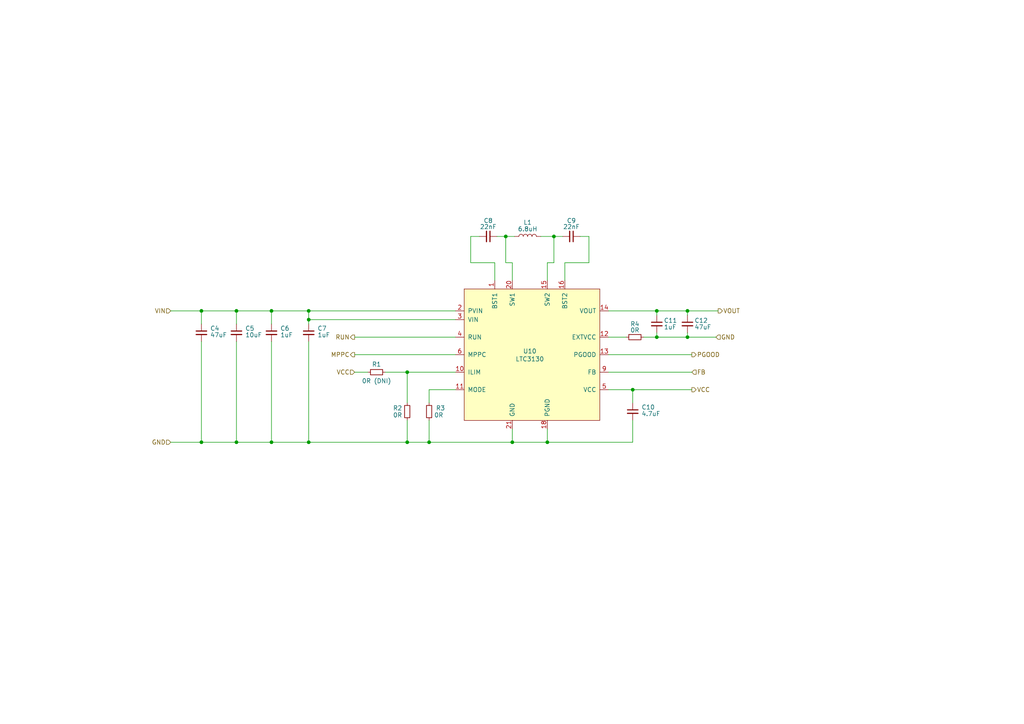
<source format=kicad_sch>
(kicad_sch (version 20231120) (generator "eeschema") (generator_version "8.0")
  (paper "A4")
  (lib_symbols
    (symbol "Device:C_Small" (pin_numbers hide) (pin_names (offset 0.254) hide)
      (property "Reference" "C" (at 0.254 1.778 0))
      (property "Value" "C_Small" (at 0.254 -2.032 0))
      (symbol "C_Small_0_1"
        (polyline (pts (xy -1.524 -0.508) (xy 1.524 -0.508)) (stroke (width 0.3302)))
        (polyline (pts (xy -1.524 0.508) (xy 1.524 0.508)) (stroke (width 0.3048)))
      )
      (symbol "C_Small_1_1"
        (pin passive line (at 0 2.54 270) (length 2.032) (name "~") (number "1"))
        (pin passive line (at 0 -2.54 90) (length 2.032) (name "~") (number "2"))
      )
    )
    (symbol "Device:L" (pin_numbers hide) (pin_names (offset 1.016) hide)
      (property "Reference" "L" (at -1.27 0 90))
      (property "Value" "L" (at 1.905 0 90))
      (symbol "L_0_1"
        (arc (start 0 -2.54) (mid 0.6323 -1.905) (end 0 -1.27))
        (arc (start 0 -1.27) (mid 0.6323 -0.635) (end 0 0))
        (arc (start 0 0) (mid 0.6323 0.635) (end 0 1.27))
        (arc (start 0 1.27) (mid 0.6323 1.905) (end 0 2.54))
      )
      (symbol "L_1_1"
        (pin passive line (at 0 3.81 270) (length 1.27) (name "1") (number "1"))
        (pin passive line (at 0 -3.81 90) (length 1.27) (name "2") (number "2"))
      )
    )
    (symbol "Device:R_Small" (pin_numbers hide) (pin_names (offset 0.254) hide)
      (property "Reference" "R" (at 0.762 0.508 0))
      (property "Value" "R_Small" (at 0.762 -1.016 0))
      (symbol "R_Small_0_1"
        (rectangle (start -0.762 1.778) (end 0.762 -1.778) (stroke (width 0.2032)))
      )
      (symbol "R_Small_1_1"
        (pin passive line (at 0 2.54 270) (length 0.762) (name "~") (number "1"))
        (pin passive line (at 0 -2.54 90) (length 0.762) (name "~") (number "2"))
      )
    )
    (symbol "SolarPanels:LTC3130" (pin_names (offset 1.016))
      (property "Reference" "U2" (at 0 1.016 0))
      (property "Value" "LTC3130" (at 0 -1.27 0))
      (symbol "LTC3130_1_1"
        (rectangle (start -19.05 19.05) (end 20.32 -19.05) (fill (type background)))
        (pin power_out line (at -10.16 21.59 270) (length 2.54) (name "BST1") (number "1"))
        (pin input line (at -21.59 -5.08 0) (length 2.54) (name "ILIM") (number "10"))
        (pin input line (at -21.59 -10.16 0) (length 2.54) (name "MODE") (number "11"))
        (pin power_out line (at 22.86 5.08 180) (length 2.54) (name "EXTVCC") (number "12"))
        (pin output line (at 22.86 0 180) (length 2.54) (name "PGOOD") (number "13"))
        (pin power_out line (at 22.86 12.7 180) (length 2.54) (name "VOUT") (number "14"))
        (pin power_out line (at 5.08 21.59 270) (length 2.54) (name "SW2") (number "15"))
        (pin power_out line (at 10.16 21.59 270) (length 2.54) (name "BST2") (number "16"))
        (pin power_in line (at -5.08 -21.59 90) (length 2.54) hide (name "GND") (number "17"))
        (pin power_in line (at 5.08 -21.59 90) (length 2.54) (name "PGND") (number "18"))
        (pin power_in line (at 5.08 -21.59 90) (length 2.54) hide (name "PGND") (number "19"))
        (pin input line (at -21.59 12.7 0) (length 2.54) (name "PVIN") (number "2"))
        (pin power_out line (at -5.08 21.59 270) (length 2.54) (name "SW1") (number "20"))
        (pin power_in line (at -5.08 -21.59 90) (length 2.54) (name "GND") (number "21"))
        (pin input line (at -21.59 10.16 0) (length 2.54) (name "VIN") (number "3"))
        (pin input line (at -21.59 5.08 0) (length 2.54) (name "RUN") (number "4"))
        (pin power_out line (at 22.86 -10.16 180) (length 2.54) (name "VCC") (number "5"))
        (pin input line (at -21.59 0 0) (length 2.54) (name "MPPC") (number "6"))
        (pin power_in line (at -5.08 -21.59 90) (length 2.54) hide (name "GND") (number "7"))
        (pin power_in line (at -5.08 -21.59 90) (length 2.54) hide (name "GND") (number "8"))
        (pin input line (at 22.86 -5.08 180) (length 2.54) (name "FB") (number "9"))
      )
    )
  )
  (junction (at 199.39 90.17))
  (junction (at 146.685 68.58))
  (junction (at 78.74 128.27))
  (junction (at 68.58 128.27))
  (junction (at 89.535 128.27))
  (junction (at 124.46 128.27))
  (junction (at 158.75 128.27))
  (junction (at 68.58 90.17))
  (junction (at 190.5 97.79))
  (junction (at 190.5 90.17))
  (junction (at 78.74 90.17))
  (junction (at 183.515 113.03))
  (junction (at 89.535 92.71))
  (junction (at 118.11 128.27))
  (junction (at 199.39 97.79))
  (junction (at 58.42 90.17))
  (junction (at 89.535 90.17))
  (junction (at 58.42 128.27))
  (junction (at 160.655 68.58))
  (junction (at 148.59 128.27))
  (junction (at 118.11 107.95))
  (wire (pts (xy 144.145 68.58) (xy 146.685 68.58)))
  (wire (pts (xy 158.75 128.27) (xy 158.75 124.46)))
  (wire (pts (xy 58.42 90.17) (xy 68.58 90.17)))
  (wire (pts (xy 124.46 121.92) (xy 124.46 128.27)))
  (wire (pts (xy 190.5 96.52) (xy 190.5 97.79)))
  (wire (pts (xy 102.87 107.95) (xy 106.68 107.95)))
  (wire (pts (xy 78.74 90.17) (xy 89.535 90.17)))
  (wire (pts (xy 160.655 76.2) (xy 158.75 76.2)))
  (wire (pts (xy 148.59 76.2) (xy 148.59 81.28)))
  (wire (pts (xy 176.53 102.87) (xy 200.66 102.87)))
  (wire (pts (xy 132.08 113.03) (xy 124.46 113.03)))
  (wire (pts (xy 78.74 99.06) (xy 78.74 128.27)))
  (wire (pts (xy 183.515 121.92) (xy 183.515 128.27)))
  (wire (pts (xy 146.685 68.58) (xy 149.225 68.58)))
  (wire (pts (xy 68.58 99.06) (xy 68.58 128.27)))
  (wire (pts (xy 89.535 128.27) (xy 118.11 128.27)))
  (wire (pts (xy 199.39 96.52) (xy 199.39 97.79)))
  (wire (pts (xy 190.5 90.17) (xy 190.5 91.44)))
  (wire (pts (xy 146.685 76.2) (xy 148.59 76.2)))
  (wire (pts (xy 89.535 92.71) (xy 89.535 90.17)))
  (wire (pts (xy 102.87 97.79) (xy 132.08 97.79)))
  (wire (pts (xy 58.42 90.17) (xy 58.42 93.98)))
  (wire (pts (xy 158.75 76.2) (xy 158.75 81.28)))
  (wire (pts (xy 176.53 113.03) (xy 183.515 113.03)))
  (wire (pts (xy 136.525 76.2) (xy 143.51 76.2)))
  (wire (pts (xy 190.5 90.17) (xy 199.39 90.17)))
  (wire (pts (xy 68.58 128.27) (xy 78.74 128.27)))
  (wire (pts (xy 89.535 92.71) (xy 132.08 92.71)))
  (wire (pts (xy 148.59 124.46) (xy 148.59 128.27)))
  (wire (pts (xy 163.83 76.2) (xy 163.83 81.28)))
  (wire (pts (xy 148.59 128.27) (xy 158.75 128.27)))
  (wire (pts (xy 78.74 90.17) (xy 78.74 93.98)))
  (wire (pts (xy 156.845 68.58) (xy 160.655 68.58)))
  (wire (pts (xy 124.46 128.27) (xy 148.59 128.27)))
  (wire (pts (xy 160.655 68.58) (xy 160.655 76.2)))
  (wire (pts (xy 111.76 107.95) (xy 118.11 107.95)))
  (wire (pts (xy 89.535 92.71) (xy 89.535 93.98)))
  (wire (pts (xy 170.815 76.2) (xy 163.83 76.2)))
  (wire (pts (xy 168.275 68.58) (xy 170.815 68.58)))
  (wire (pts (xy 143.51 76.2) (xy 143.51 81.28)))
  (wire (pts (xy 183.515 113.03) (xy 183.515 116.84)))
  (wire (pts (xy 170.815 68.58) (xy 170.815 76.2)))
  (wire (pts (xy 68.58 90.17) (xy 78.74 90.17)))
  (wire (pts (xy 102.87 102.87) (xy 132.08 102.87)))
  (wire (pts (xy 89.535 99.06) (xy 89.535 128.27)))
  (wire (pts (xy 118.11 121.92) (xy 118.11 128.27)))
  (wire (pts (xy 118.11 107.95) (xy 118.11 116.84)))
  (wire (pts (xy 199.39 90.17) (xy 208.28 90.17)))
  (wire (pts (xy 199.39 90.17) (xy 199.39 91.44)))
  (wire (pts (xy 200.66 113.03) (xy 183.515 113.03)))
  (wire (pts (xy 176.53 90.17) (xy 190.5 90.17)))
  (wire (pts (xy 176.53 97.79) (xy 181.61 97.79)))
  (wire (pts (xy 136.525 68.58) (xy 136.525 76.2)))
  (wire (pts (xy 186.69 97.79) (xy 190.5 97.79)))
  (wire (pts (xy 199.39 97.79) (xy 207.645 97.79)))
  (wire (pts (xy 68.58 90.17) (xy 68.58 93.98)))
  (wire (pts (xy 78.74 128.27) (xy 89.535 128.27)))
  (wire (pts (xy 49.53 128.27) (xy 58.42 128.27)))
  (wire (pts (xy 58.42 128.27) (xy 68.58 128.27)))
  (wire (pts (xy 176.53 107.95) (xy 200.66 107.95)))
  (wire (pts (xy 58.42 99.06) (xy 58.42 128.27)))
  (wire (pts (xy 124.46 113.03) (xy 124.46 116.84)))
  (wire (pts (xy 89.535 90.17) (xy 132.08 90.17)))
  (wire (pts (xy 183.515 128.27) (xy 158.75 128.27)))
  (wire (pts (xy 190.5 97.79) (xy 199.39 97.79)))
  (wire (pts (xy 146.685 68.58) (xy 146.685 76.2)))
  (wire (pts (xy 160.655 68.58) (xy 163.195 68.58)))
  (wire (pts (xy 118.11 107.95) (xy 132.08 107.95)))
  (wire (pts (xy 118.11 128.27) (xy 124.46 128.27)))
  (wire (pts (xy 49.53 90.17) (xy 58.42 90.17)))
  (wire (pts (xy 139.065 68.58) (xy 136.525 68.58)))
  (hierarchical_label "VCC" (shape input) (at 102.87 107.95 180))
  (hierarchical_label "FB" (shape input) (at 200.66 107.95 0))
  (hierarchical_label "GND" (shape input) (at 207.645 97.79 0))
  (hierarchical_label "RUN" (shape output) (at 102.87 97.79 180))
  (hierarchical_label "VIN" (shape input) (at 49.53 90.17 180))
  (hierarchical_label "VOUT" (shape output) (at 208.28 90.17 0))
  (hierarchical_label "PGOOD" (shape output) (at 200.66 102.87 0))
  (hierarchical_label "VCC" (shape output) (at 200.66 113.03 0))
  (hierarchical_label "GND" (shape input) (at 49.53 128.27 180))
  (hierarchical_label "MPPC" (shape output) (at 102.87 102.87 180))
  (symbol (lib_id "Device:C_Small") (at 68.58 96.52 0) (unit 1)
    (property "Reference" "C5" (at 71.12 95.25 0) (effects (justify left)))
    (property "Value" "10uF" (at 71.12 97.155 0) (effects (justify left)))
    (property "Footprint" "Capacitor_SMD:C_1210_3225Metric" (effects (hide yes)))
    (property "Description" "Unpolarized capacitor, small symbol" (effects (hide yes)))
    (property "Mfr. #" "C1608X7S1A475K080AC" (effects (hide yes)))
    (property "Order" "https://www.digikey.com/product-detail/en/tdk-corporation/C1608X7S1A475K080AC/445-14258-1-ND/3955924" (effects (hide yes)))
    (property "Voltage" "10V" (effects (hide yes)))
    (instances (project "Avionics-SolarPanels" (path "" (reference "C5") (unit 1)) (path "" (reference "C39") (unit 1)) (path "" (reference "C14") (unit 1))))
  )
  (symbol (lib_id "Device:C_Small") (at 58.42 96.52 0) (unit 1)
    (property "Reference" "C4" (at 60.96 95.25 0) (effects (justify left)))
    (property "Value" "47uF" (at 60.96 97.155 0) (effects (justify left)))
    (property "Footprint" "Capacitor_SMD:C_1210_3225Metric" (effects (hide yes)))
    (property "Description" "Unpolarized capacitor, small symbol" (effects (hide yes)))
    (property "Mfr. #" "GRM32EC81C476KE15L" (effects (hide yes)))
    (property "Order" "https://www.digikey.com/product-detail/en/murata-electronics/GRM32EC81C476KE15L/490-10531-1-ND/5026469" (effects (hide yes)))
    (property "Voltage" "16V" (effects (hide yes)))
    (instances (project "Avionics-SolarPanels" (path "" (reference "C4") (unit 1)) (path "" (reference "C23") (unit 1)) (path "" (reference "C13") (unit 1))))
  )
  (symbol (lib_id "Device:C_Small") (at 165.735 68.58 270) (unit 1)
    (property "Reference" "C9" (at 165.735 64.008 90))
    (property "Value" "22nF" (at 165.735 65.786 90))
    (property "Footprint" "Capacitor_SMD:C_0603_1608Metric" (effects (hide yes)))
    (property "Mfr. #" "GCM188R72A223KA37D" (effects (hide yes)))
    (property "Order" "https://www.digikey.com/product-detail/en/murata-electronics/GCM188R72A223KA37D/490-4782-1-ND/1641701" (effects (hide yes)))
    (property "Voltage" "100V" (effects (hide yes)))
    (instances (project "Avionics-SolarPanels" (path "" (reference "C9") (unit 1)) (path "" (reference "C43") (unit 1)) (path "" (reference "C18") (unit 1))))
  )
  (symbol (lib_id "Device:R_Small") (at 118.11 119.38 0) (unit 1)
    (property "Reference" "R2" (at 115.316 118.364 0))
    (property "Value" "0R" (at 115.316 120.396 0))
    (property "Footprint" "Resistor_SMD:R_0603_1608Metric" (effects (hide yes)))
    (property "Description" "Resistor, small symbol" (effects (hide yes)))
    (property "Mfr. #" "RK73Z1JTTD\r" (effects (hide yes)))
    (property "Order" "https://www.digikey.com/product-detail/en/koa-speer-electronics-inc/RK73Z1JTTD/2019-RK73Z1JTTDCT-ND/9847522\r" (effects (hide yes)))
    (instances (project "Avionics-SolarPanels" (path "" (reference "R2") (unit 1)) (path "" (reference "R10") (unit 1)) (path "" (reference "R6") (unit 1))))
  )
  (symbol (lib_id "Device:R_Small") (at 109.22 107.95 270) (unit 1)
    (property "Reference" "R1" (at 109.22 105.664 90))
    (property "Value" "0R (DNI)" (at 109.22 110.49 90))
    (property "Footprint" "Resistor_SMD:R_0603_1608Metric" (effects (hide yes)))
    (property "Description" "Resistor, small symbol" (effects (hide yes)))
    (property "Mfr. #" "RK73Z1JTTD\r" (effects (hide yes)))
    (property "Order" "https://www.digikey.com/product-detail/en/koa-speer-electronics-inc/RK73Z1JTTD/2019-RK73Z1JTTDCT-ND/9847522\r" (effects (hide yes)))
    (instances (project "Avionics-SolarPanels" (path "" (reference "R1") (unit 1)) (path "" (reference "R9") (unit 1)) (path "" (reference "R5") (unit 1))))
  )
  (symbol (lib_id "Device:C_Small") (at 89.535 96.52 0) (unit 1)
    (property "Reference" "C7" (at 92.075 95.25 0) (effects (justify left)))
    (property "Value" "1uF" (at 92.075 97.155 0) (effects (justify left)))
    (property "Footprint" "Capacitor_SMD:C_0805_2012Metric" (effects (hide yes)))
    (property "Description" "Unpolarized capacitor, small symbol" (effects (hide yes)))
    (property "Mfr. #" "CL10B105KP8NFNC" (effects (hide yes)))
    (property "Order" "https://www.digikey.com/product-detail/en/samsung-electro-mechanics/CL10B105KP8NFNC/1276-1945-1-ND/3890031" (effects (hide yes)))
    (property "Voltage" "10V" (effects (hide yes)))
    (instances (project "Avionics-SolarPanels" (path "" (reference "C7") (unit 1)) (path "" (reference "C41") (unit 1)) (path "" (reference "C16") (unit 1))))
  )
  (symbol (lib_id "Device:C_Small") (at 190.5 93.98 0) (unit 1)
    (property "Reference" "C11" (at 192.532 92.964 0) (effects (justify left)))
    (property "Value" "1uF" (at 192.532 94.869 0) (effects (justify left)))
    (property "Footprint" "Capacitor_SMD:C_0805_2012Metric" (effects (hide yes)))
    (property "Description" "Unpolarized capacitor, small symbol" (effects (hide yes)))
    (property "Mfr. #" "GRM32EC81C476KE15L" (effects (hide yes)))
    (property "Order" "https://www.digikey.com/product-detail/en/murata-electronics/GRM32EC81C476KE15L/490-10531-1-ND/5026469" (effects (hide yes)))
    (property "Voltage" "16V" (effects (hide yes)))
    (instances (project "Avionics-SolarPanels" (path "" (reference "C11") (unit 1)) (path "" (reference "C45") (unit 1)) (path "" (reference "C20") (unit 1))))
  )
  (symbol (lib_id "Device:C_Small") (at 199.39 93.98 0) (unit 1)
    (property "Reference" "C12" (at 201.422 92.964 0) (effects (justify left)))
    (property "Value" "47uF" (at 201.422 94.869 0) (effects (justify left)))
    (property "Footprint" "Capacitor_SMD:C_1210_3225Metric" (effects (hide yes)))
    (property "Description" "Unpolarized capacitor, small symbol" (effects (hide yes)))
    (property "Mfr. #" "GRM32EC81C476KE15L" (effects (hide yes)))
    (property "Order" "https://www.digikey.com/product-detail/en/murata-electronics/GRM32EC81C476KE15L/490-10531-1-ND/5026469" (effects (hide yes)))
    (property "Voltage" "16V" (effects (hide yes)))
    (instances (project "Avionics-SolarPanels" (path "" (reference "C12") (unit 1)) (path "" (reference "C46") (unit 1)) (path "" (reference "C21") (unit 1))))
  )
  (symbol (lib_id "SolarPanels:LTC3130") (at 153.67 102.87 0) (unit 1)
    (property "Reference" "U10" (at 153.67 101.854 0))
    (property "Value" "LTC3130" (at 153.67 104.14 0))
    (property "Footprint" "Package_DFN_QFN:QFN-20-1EP_3x4mm_P0.5mm_EP1.65x2.65mm" (effects (hide yes)))
    (instances (project "Avionics-SolarPanels" (path "" (reference "U10") (unit 1)) (path "" (reference "U12") (unit 1)) (path "" (reference "U11") (unit 1))))
  )
  (symbol (lib_id "Device:C_Small") (at 141.605 68.58 270) (unit 1)
    (property "Reference" "C8" (at 141.605 64.008 90))
    (property "Value" "22nF" (at 141.605 65.786 90))
    (property "Footprint" "Capacitor_SMD:C_0603_1608Metric" (effects (hide yes)))
    (property "Mfr. #" "GCM188R72A223KA37D" (effects (hide yes)))
    (property "Order" "https://www.digikey.com/product-detail/en/murata-electronics/GCM188R72A223KA37D/490-4782-1-ND/1641701" (effects (hide yes)))
    (property "Voltage" "100V" (effects (hide yes)))
    (instances (project "Avionics-SolarPanels" (path "" (reference "C8") (unit 1)) (path "" (reference "C42") (unit 1)) (path "" (reference "C17") (unit 1))))
  )
  (symbol (lib_id "Device:C_Small") (at 78.74 96.52 0) (unit 1)
    (property "Reference" "C6" (at 81.28 95.25 0) (effects (justify left)))
    (property "Value" "1uF" (at 81.28 97.155 0) (effects (justify left)))
    (property "Footprint" "Capacitor_SMD:C_0805_2012Metric" (effects (hide yes)))
    (property "Description" "Unpolarized capacitor, small symbol" (effects (hide yes)))
    (property "Mfr. #" "C1608X7S1A475K080AC" (effects (hide yes)))
    (property "Order" "https://www.digikey.com/product-detail/en/tdk-corporation/C1608X7S1A475K080AC/445-14258-1-ND/3955924" (effects (hide yes)))
    (property "Voltage" "10V" (effects (hide yes)))
    (instances (project "Avionics-SolarPanels" (path "" (reference "C6") (unit 1)) (path "" (reference "C40") (unit 1)) (path "" (reference "C15") (unit 1))))
  )
  (symbol (lib_id "Device:C_Small") (at 183.515 119.38 0) (unit 1)
    (property "Reference" "C10" (at 186.055 118.11 0) (effects (justify left)))
    (property "Value" "4.7uF" (at 186.055 120.015 0) (effects (justify left)))
    (property "Footprint" "Capacitor_SMD:C_0603_1608Metric" (effects (hide yes)))
    (property "Description" "Unpolarized capacitor, small symbol" (effects (hide yes)))
    (property "Mfr. #" "C1608X7S1A475K080AC" (effects (hide yes)))
    (property "Order" "https://www.digikey.com/product-detail/en/tdk-corporation/C1608X7S1A475K080AC/445-14258-1-ND/3955924" (effects (hide yes)))
    (property "Voltage" "10V" (effects (hide yes)))
    (instances (project "Avionics-SolarPanels" (path "" (reference "C10") (unit 1)) (path "" (reference "C44") (unit 1)) (path "" (reference "C19") (unit 1))))
  )
  (symbol (lib_id "Device:L") (at 153.035 68.58 90) (unit 1)
    (property "Reference" "L1" (at 153.035 64.516 90))
    (property "Value" "6.8uH" (at 153.035 66.421 90))
    (property "Footprint" "Inductor_SMD:L_Coilcraft_LPS4018" (effects (hide yes)))
    (property "Mfr. #" "LPS4018-472" (effects (hide yes)))
    (property "Order" "https://www.coilcraft.com/en-us/products/power/shielded-inductors/ferrite-drum/lps/lps4018/" (effects (hide yes)))
    (instances (project "Avionics-SolarPanels" (path "" (reference "L1") (unit 1)) (path "" (reference "L3") (unit 1)) (path "" (reference "L2") (unit 1))))
  )
  (symbol (lib_id "Device:R_Small") (at 124.46 119.38 0) (mirror y) (unit 1)
    (property "Reference" "R3" (at 127.762 118.364 0))
    (property "Value" "0R" (at 127.254 120.396 0))
    (property "Footprint" "Resistor_SMD:R_0603_1608Metric" (effects (hide yes)))
    (property "Description" "Resistor, small symbol" (effects (hide yes)))
    (property "Mfr. #" "RK73Z1JTTD\r" (effects (hide yes)))
    (property "Order" "https://www.digikey.com/product-detail/en/koa-speer-electronics-inc/RK73Z1JTTD/2019-RK73Z1JTTDCT-ND/9847522\r" (effects (hide yes)))
    (instances (project "Avionics-SolarPanels" (path "" (reference "R3") (unit 1)) (path "" (reference "R11") (unit 1)) (path "" (reference "R7") (unit 1))))
  )
  (symbol (lib_id "Device:R_Small") (at 184.15 97.79 270) (unit 1)
    (property "Reference" "R4" (at 184.15 93.98 90))
    (property "Value" "0R" (at 184.15 95.758 90))
    (property "Footprint" "Resistor_SMD:R_0603_1608Metric" (effects (hide yes)))
    (property "Description" "Resistor, small symbol" (effects (hide yes)))
    (property "Mfr. #" "RK73Z1JTTD\r" (effects (hide yes)))
    (property "Order" "https://www.digikey.com/product-detail/en/koa-speer-electronics-inc/RK73Z1JTTD/2019-RK73Z1JTTDCT-ND/9847522\r" (effects (hide yes)))
    (instances (project "Avionics-SolarPanels" (path "" (reference "R4") (unit 1)) (path "" (reference "R12") (unit 1)) (path "" (reference "R8") (unit 1))))
  )
)
</source>
